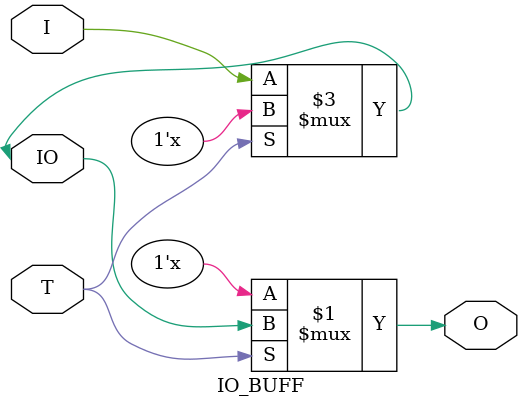
<source format=v>
module IO_BUFF (
    output  O,   //Buffer output

    inout   IO,  //Buffer inout port

    input   I,   //Buffer input

    input   T    //3-state enable input, high=input, low=output
);

// low     I  ----> IO
// hight   IO ----> O


assign O  = (T) ? IO : 1'bz;
assign IO = (~T)? I  : 1'bz;

endmodule

</source>
